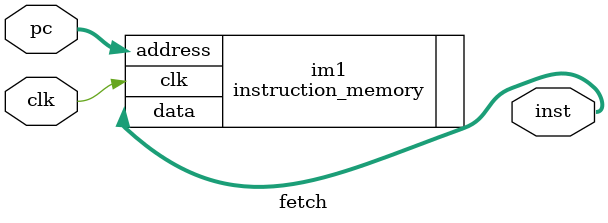
<source format=v>
`timescale 1ns / 1ps

module fetch(
    clk, pc, inst);
	input clk;
	input [31:0] pc;
	output [31:0] inst;
	parameter IMD = "instruction_memory.txt";
	instruction_memory #(.imd(IMD), .number(1)) im1(.clk(clk), .address(pc), .data(inst));
	
endmodule

</source>
